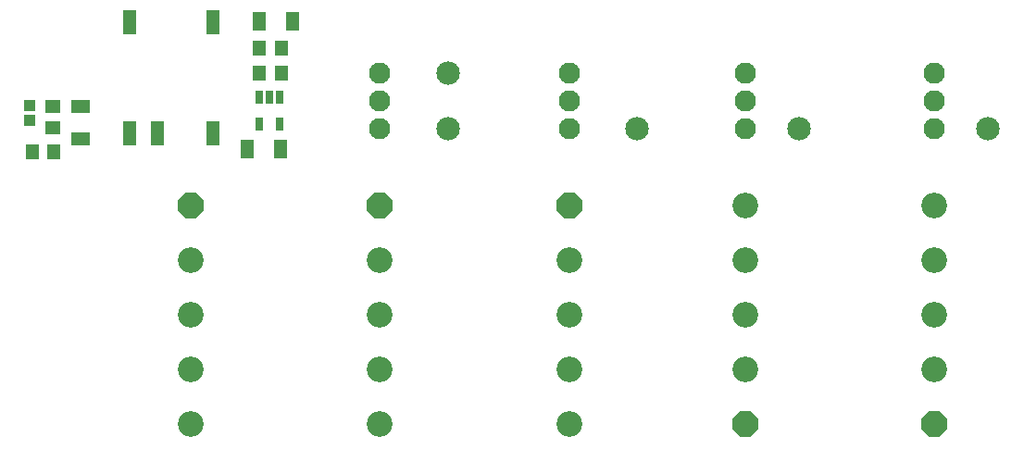
<source format=gts>
G04*
G04 #@! TF.GenerationSoftware,Altium Limited,Altium Designer,20.2.7 (254)*
G04*
G04 Layer_Color=8388736*
%FSLAX25Y25*%
%MOIN*%
G70*
G04*
G04 #@! TF.SameCoordinates,96668020-E94A-4B99-9336-B782C63C42B1*
G04*
G04*
G04 #@! TF.FilePolarity,Negative*
G04*
G01*
G75*
%ADD20R,0.04528X0.06890*%
%ADD21R,0.04528X0.05512*%
%ADD22R,0.02953X0.04528*%
%ADD23R,0.04528X0.08858*%
%ADD24R,0.03937X0.03937*%
%ADD25R,0.05512X0.04528*%
%ADD26R,0.06890X0.04528*%
%ADD27P,0.10014X8X112.5*%
%ADD28C,0.09252*%
%ADD29C,0.08465*%
%ADD30C,0.07677*%
D20*
X87795Y166929D02*
D03*
X99606D02*
D03*
X83465Y120866D02*
D03*
X95276D02*
D03*
D21*
X87795Y157087D02*
D03*
X95669D02*
D03*
X87795Y148031D02*
D03*
X95669D02*
D03*
X5906Y119685D02*
D03*
X13780D02*
D03*
D22*
X95079Y129921D02*
D03*
X87598D02*
D03*
Y139370D02*
D03*
X91339D02*
D03*
X95079D02*
D03*
D23*
X40905Y166339D02*
D03*
X70906D02*
D03*
Y126575D02*
D03*
X50906D02*
D03*
X40905D02*
D03*
D24*
X5118Y136615D02*
D03*
Y131103D02*
D03*
D25*
X13386Y136221D02*
D03*
Y128347D02*
D03*
D26*
X23228Y124409D02*
D03*
Y136221D02*
D03*
D27*
X330709Y21654D02*
D03*
X199311Y100394D02*
D03*
X262549Y21654D02*
D03*
X62992Y100394D02*
D03*
X131152D02*
D03*
D28*
X330709Y41339D02*
D03*
Y61024D02*
D03*
Y80709D02*
D03*
Y100394D02*
D03*
X199311Y80709D02*
D03*
Y61024D02*
D03*
Y41339D02*
D03*
Y21654D02*
D03*
X262549Y100394D02*
D03*
Y80709D02*
D03*
Y61024D02*
D03*
Y41339D02*
D03*
X62992Y21654D02*
D03*
Y41339D02*
D03*
Y61024D02*
D03*
Y80709D02*
D03*
X131152Y21654D02*
D03*
Y41339D02*
D03*
Y61024D02*
D03*
Y80709D02*
D03*
D29*
X223721Y128189D02*
D03*
X282037D02*
D03*
X350197D02*
D03*
X155561Y128032D02*
D03*
Y148189D02*
D03*
D30*
X131152D02*
D03*
Y138189D02*
D03*
Y128189D02*
D03*
X199311Y148189D02*
D03*
Y138189D02*
D03*
Y128189D02*
D03*
X262549Y148189D02*
D03*
Y138189D02*
D03*
Y128189D02*
D03*
X330709Y148189D02*
D03*
Y138189D02*
D03*
Y128189D02*
D03*
M02*

</source>
